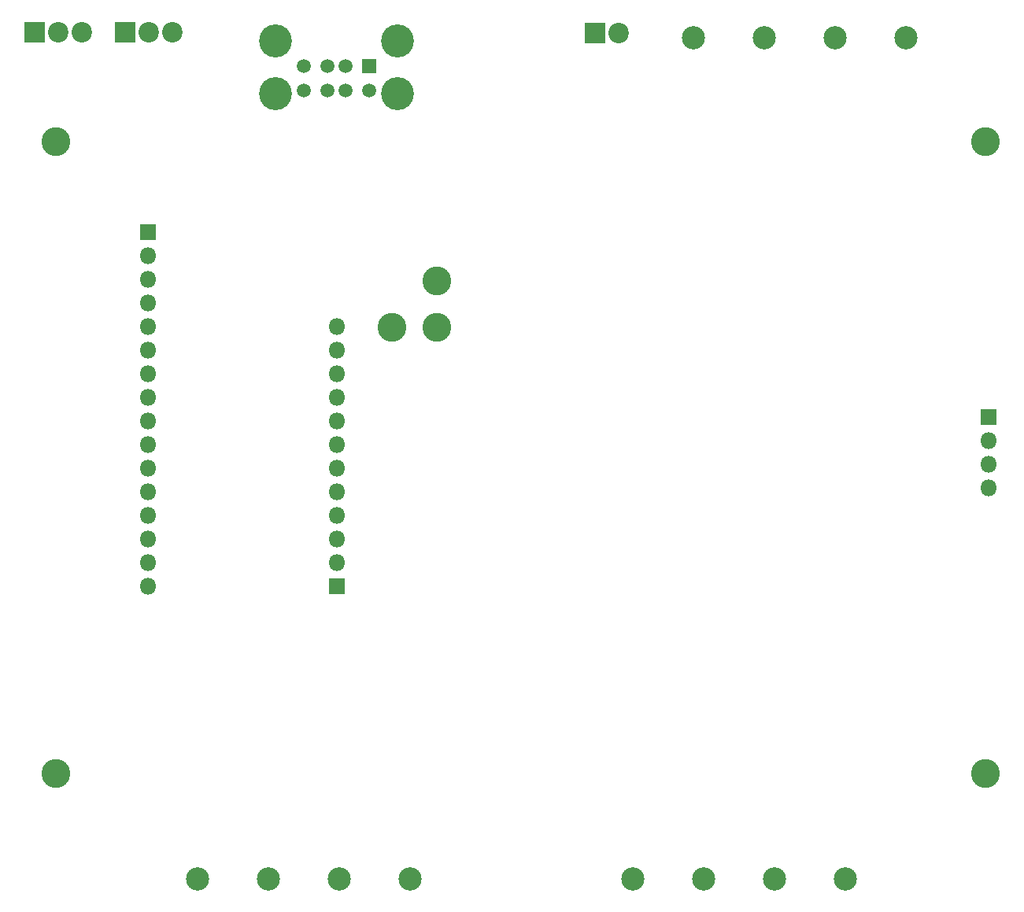
<source format=gbr>
%TF.GenerationSoftware,KiCad,Pcbnew,5.1.6-c6e7f7d~86~ubuntu18.04.1*%
%TF.CreationDate,2020-06-14T11:54:17-05:00*%
%TF.ProjectId,Hydroponics,48796472-6f70-46f6-9e69-63732e6b6963,rev?*%
%TF.SameCoordinates,Original*%
%TF.FileFunction,Soldermask,Bot*%
%TF.FilePolarity,Negative*%
%FSLAX46Y46*%
G04 Gerber Fmt 4.6, Leading zero omitted, Abs format (unit mm)*
G04 Created by KiCad (PCBNEW 5.1.6-c6e7f7d~86~ubuntu18.04.1) date 2020-06-14 11:54:17*
%MOMM*%
%LPD*%
G01*
G04 APERTURE LIST*
%ADD10O,1.800000X1.800000*%
%ADD11R,1.800000X1.800000*%
%ADD12C,3.100000*%
%ADD13C,3.550000*%
%ADD14C,1.500000*%
%ADD15R,1.500000X1.500000*%
%ADD16C,2.200000*%
%ADD17R,2.200000X2.200000*%
%ADD18C,2.500000*%
G04 APERTURE END LIST*
D10*
%TO.C,J4*%
X35240000Y-35910000D03*
X35240000Y-38450000D03*
X35240000Y-40990000D03*
X35240000Y-43530000D03*
X35240000Y-46070000D03*
X35240000Y-48610000D03*
X35240000Y-51150000D03*
X35240000Y-53690000D03*
X35240000Y-56230000D03*
X35240000Y-58770000D03*
X35240000Y-61310000D03*
D11*
X35240000Y-63850000D03*
%TD*%
D12*
%TO.C,TP3*%
X46000000Y-31000000D03*
%TD*%
%TO.C,TP2*%
X46000000Y-36000000D03*
%TD*%
%TO.C,TP1*%
X41200000Y-36000000D03*
%TD*%
D13*
%TO.C,J6*%
X41780000Y-10850000D03*
X28640000Y-10850000D03*
X28640000Y-5170000D03*
X41780000Y-5170000D03*
D14*
X38710000Y-10500000D03*
X36210000Y-10500000D03*
X34210000Y-10500000D03*
X31710000Y-10500000D03*
X31710000Y-7880000D03*
X34210000Y-7880000D03*
X36210000Y-7880000D03*
D15*
X38710000Y-7880000D03*
%TD*%
D12*
%TO.C,H4*%
X105000000Y-84000000D03*
%TD*%
%TO.C,H3*%
X5000000Y-84000000D03*
%TD*%
%TO.C,H2*%
X105000000Y-16000000D03*
%TD*%
%TO.C,H1*%
X5000000Y-16000000D03*
%TD*%
D16*
%TO.C,J9*%
X17580000Y-4250000D03*
X15040000Y-4250000D03*
D17*
X12500000Y-4250000D03*
%TD*%
D16*
%TO.C,J10*%
X65540000Y-4350000D03*
D17*
X63000000Y-4350000D03*
%TD*%
D10*
%TO.C,U1*%
X105370000Y-53285000D03*
X105370000Y-50745000D03*
X105370000Y-48205000D03*
D11*
X105370000Y-45665000D03*
%TD*%
D18*
%TO.C,J2*%
X96450000Y-4850000D03*
X88830000Y-4850000D03*
X81210000Y-4850000D03*
X73590000Y-4850000D03*
%TD*%
D16*
%TO.C,J8*%
X7830000Y-4250000D03*
X5290000Y-4250000D03*
D17*
X2750000Y-4250000D03*
%TD*%
D18*
%TO.C,J1*%
X43180000Y-95340000D03*
X35560000Y-95340000D03*
X27940000Y-95340000D03*
X20320000Y-95340000D03*
%TD*%
%TO.C,J5*%
X67120000Y-95340000D03*
X74740000Y-95340000D03*
X82360000Y-95340000D03*
X89980000Y-95340000D03*
%TD*%
D10*
%TO.C,J3*%
X14920000Y-63840000D03*
X14920000Y-61300000D03*
X14920000Y-58760000D03*
X14920000Y-56220000D03*
X14920000Y-53680000D03*
X14920000Y-51140000D03*
X14920000Y-48600000D03*
X14920000Y-46060000D03*
X14920000Y-43520000D03*
X14920000Y-40980000D03*
X14920000Y-38440000D03*
X14920000Y-35900000D03*
X14920000Y-33360000D03*
X14920000Y-30820000D03*
X14920000Y-28280000D03*
D11*
X14920000Y-25740000D03*
%TD*%
M02*

</source>
